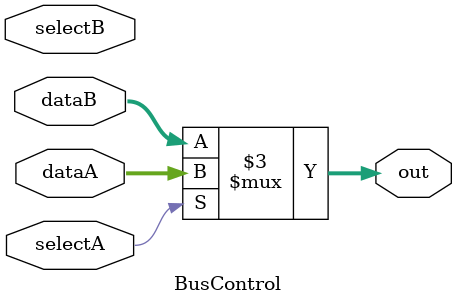
<source format=sv>
module BusControl(dataA, dataB, selectA, selectB, out);
	parameter size = 10;
	input [size-1:0]dataA, dataB;
	input selectA, selectB;
	output logic [size-1:0]out;
	
	always@(dataA, dataB, selectA, selectB) begin
		out = {(size) {1'bz}};
		if(selectA)
			out = dataA;
		else
			out = dataB;
	end
endmodule 
</source>
